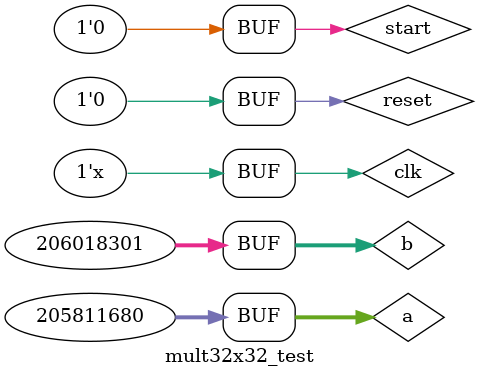
<source format=sv>
module mult32x32_test;

    logic clk;            // Clock
    logic reset;          // Reset
    logic start;          // Start signal
    logic [31:0] a;       // Input a
    logic [31:0] b;       // Input b
    logic busy;           // Multiplier busy indication
    logic [63:0] product; // Miltiplication product

// Put your code here
// ------------------
	 
	mult32x32 mult(.clk(clk) ,
					.reset(reset),
					.start(start),
					.a(a), .b(b) ,
					.busy(busy) , 
					.product(product)
					);
	
	initial begin
		clk = 1'b1;
		reset = 1'b1;
		start = 1'b0;
		a = 32'd0;
		b = 32'd0;
		
		#8
		reset = 1'b0;
		
		#2
		a= 32'd205811680;
		b= 32'd206018301;
		start = 1'b1 ; 
		
		#2
		
		start = 1'b0;
		
		
		
	end

	always begin
		#1
		clk= ~clk;
	end
// End of your code

endmodule


</source>
